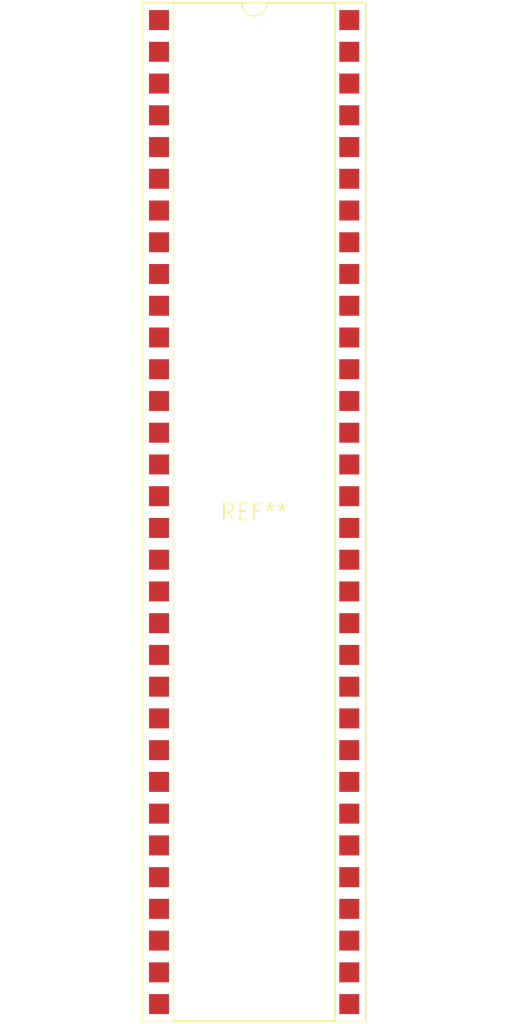
<source format=kicad_pcb>
(kicad_pcb (version 20240108) (generator pcbnew)
  (layers (0 "F.Cu" signal) (31 "B.Cu" signal) (34 "B.Paste" user) (35 "F.Paste" user) (36 "B.SilkS" user "B.Silkscreen") (37 "F.SilkS" user "F.Silkscreen") (38 "B.Mask" user) (39 "F.Mask" user) (44 "Edge.Cuts" user))
  (net 0 "")
  (footprint "DIP-64_W15.24mm_SMDSocket_SmallPads" (layer "F.Cu") (at 0 0)
    (property "Reference" "REF**")
    (property "Value" "DIP-64_W15.24mm_SMDSocket_SmallPads")
    (fp_line (start -8.95 -40.76) (end -8.95 40.76) (layer "F.SilkS") (stroke (width 0.12)))
    (fp_line (start -8.95 40.76) (end 8.95 40.76) (layer "F.SilkS") (stroke (width 0.12)))
    (fp_line (start -6.46 -40.7) (end -6.46 40.7) (layer "F.SilkS") (stroke (width 0.12)))
    (fp_line (start -6.46 40.7) (end 6.46 40.7) (layer "F.SilkS") (stroke (width 0.12)))
    (fp_line (start -1 -40.7) (end -6.46 -40.7) (layer "F.SilkS") (stroke (width 0.12)))
    (fp_line (start 6.46 -40.7) (end 1 -40.7) (layer "F.SilkS") (stroke (width 0.12)))
    (fp_line (start 6.46 40.7) (end 6.46 -40.7) (layer "F.SilkS") (stroke (width 0.12)))
    (fp_line (start 8.95 -40.76) (end -8.95 -40.76) (layer "F.SilkS") (stroke (width 0.12)))
    (fp_line (start 8.95 40.76) (end 8.95 -40.76) (layer "F.SilkS") (stroke (width 0.12)))
    (fp_arc (start 1 -40.7) (mid 0 -39.7) (end -1 -40.7) (layer "F.SilkS") (stroke (width 0.12)))
    (pad "1" smd rect (at -7.62 -39.37) (size 1.6 1.6) (layers "F.Cu" "F.Paste" "F.Mask"))
    (pad "2" smd rect (at -7.62 -36.83) (size 1.6 1.6) (layers "F.Cu" "F.Paste" "F.Mask"))
    (pad "3" smd rect (at -7.62 -34.29) (size 1.6 1.6) (layers "F.Cu" "F.Paste" "F.Mask"))
    (pad "4" smd rect (at -7.62 -31.75) (size 1.6 1.6) (layers "F.Cu" "F.Paste" "F.Mask"))
    (pad "5" smd rect (at -7.62 -29.21) (size 1.6 1.6) (layers "F.Cu" "F.Paste" "F.Mask"))
    (pad "6" smd rect (at -7.62 -26.67) (size 1.6 1.6) (layers "F.Cu" "F.Paste" "F.Mask"))
    (pad "7" smd rect (at -7.62 -24.13) (size 1.6 1.6) (layers "F.Cu" "F.Paste" "F.Mask"))
    (pad "8" smd rect (at -7.62 -21.59) (size 1.6 1.6) (layers "F.Cu" "F.Paste" "F.Mask"))
    (pad "9" smd rect (at -7.62 -19.05) (size 1.6 1.6) (layers "F.Cu" "F.Paste" "F.Mask"))
    (pad "10" smd rect (at -7.62 -16.51) (size 1.6 1.6) (layers "F.Cu" "F.Paste" "F.Mask"))
    (pad "11" smd rect (at -7.62 -13.97) (size 1.6 1.6) (layers "F.Cu" "F.Paste" "F.Mask"))
    (pad "12" smd rect (at -7.62 -11.43) (size 1.6 1.6) (layers "F.Cu" "F.Paste" "F.Mask"))
    (pad "13" smd rect (at -7.62 -8.89) (size 1.6 1.6) (layers "F.Cu" "F.Paste" "F.Mask"))
    (pad "14" smd rect (at -7.62 -6.35) (size 1.6 1.6) (layers "F.Cu" "F.Paste" "F.Mask"))
    (pad "15" smd rect (at -7.62 -3.81) (size 1.6 1.6) (layers "F.Cu" "F.Paste" "F.Mask"))
    (pad "16" smd rect (at -7.62 -1.27) (size 1.6 1.6) (layers "F.Cu" "F.Paste" "F.Mask"))
    (pad "17" smd rect (at -7.62 1.27) (size 1.6 1.6) (layers "F.Cu" "F.Paste" "F.Mask"))
    (pad "18" smd rect (at -7.62 3.81) (size 1.6 1.6) (layers "F.Cu" "F.Paste" "F.Mask"))
    (pad "19" smd rect (at -7.62 6.35) (size 1.6 1.6) (layers "F.Cu" "F.Paste" "F.Mask"))
    (pad "20" smd rect (at -7.62 8.89) (size 1.6 1.6) (layers "F.Cu" "F.Paste" "F.Mask"))
    (pad "21" smd rect (at -7.62 11.43) (size 1.6 1.6) (layers "F.Cu" "F.Paste" "F.Mask"))
    (pad "22" smd rect (at -7.62 13.97) (size 1.6 1.6) (layers "F.Cu" "F.Paste" "F.Mask"))
    (pad "23" smd rect (at -7.62 16.51) (size 1.6 1.6) (layers "F.Cu" "F.Paste" "F.Mask"))
    (pad "24" smd rect (at -7.62 19.05) (size 1.6 1.6) (layers "F.Cu" "F.Paste" "F.Mask"))
    (pad "25" smd rect (at -7.62 21.59) (size 1.6 1.6) (layers "F.Cu" "F.Paste" "F.Mask"))
    (pad "26" smd rect (at -7.62 24.13) (size 1.6 1.6) (layers "F.Cu" "F.Paste" "F.Mask"))
    (pad "27" smd rect (at -7.62 26.67) (size 1.6 1.6) (layers "F.Cu" "F.Paste" "F.Mask"))
    (pad "28" smd rect (at -7.62 29.21) (size 1.6 1.6) (layers "F.Cu" "F.Paste" "F.Mask"))
    (pad "29" smd rect (at -7.62 31.75) (size 1.6 1.6) (layers "F.Cu" "F.Paste" "F.Mask"))
    (pad "30" smd rect (at -7.62 34.29) (size 1.6 1.6) (layers "F.Cu" "F.Paste" "F.Mask"))
    (pad "31" smd rect (at -7.62 36.83) (size 1.6 1.6) (layers "F.Cu" "F.Paste" "F.Mask"))
    (pad "32" smd rect (at -7.62 39.37) (size 1.6 1.6) (layers "F.Cu" "F.Paste" "F.Mask"))
    (pad "33" smd rect (at 7.62 39.37) (size 1.6 1.6) (layers "F.Cu" "F.Paste" "F.Mask"))
    (pad "34" smd rect (at 7.62 36.83) (size 1.6 1.6) (layers "F.Cu" "F.Paste" "F.Mask"))
    (pad "35" smd rect (at 7.62 34.29) (size 1.6 1.6) (layers "F.Cu" "F.Paste" "F.Mask"))
    (pad "36" smd rect (at 7.62 31.75) (size 1.6 1.6) (layers "F.Cu" "F.Paste" "F.Mask"))
    (pad "37" smd rect (at 7.62 29.21) (size 1.6 1.6) (layers "F.Cu" "F.Paste" "F.Mask"))
    (pad "38" smd rect (at 7.62 26.67) (size 1.6 1.6) (layers "F.Cu" "F.Paste" "F.Mask"))
    (pad "39" smd rect (at 7.62 24.13) (size 1.6 1.6) (layers "F.Cu" "F.Paste" "F.Mask"))
    (pad "40" smd rect (at 7.62 21.59) (size 1.6 1.6) (layers "F.Cu" "F.Paste" "F.Mask"))
    (pad "41" smd rect (at 7.62 19.05) (size 1.6 1.6) (layers "F.Cu" "F.Paste" "F.Mask"))
    (pad "42" smd rect (at 7.62 16.51) (size 1.6 1.6) (layers "F.Cu" "F.Paste" "F.Mask"))
    (pad "43" smd rect (at 7.62 13.97) (size 1.6 1.6) (layers "F.Cu" "F.Paste" "F.Mask"))
    (pad "44" smd rect (at 7.62 11.43) (size 1.6 1.6) (layers "F.Cu" "F.Paste" "F.Mask"))
    (pad "45" smd rect (at 7.62 8.89) (size 1.6 1.6) (layers "F.Cu" "F.Paste" "F.Mask"))
    (pad "46" smd rect (at 7.62 6.35) (size 1.6 1.6) (layers "F.Cu" "F.Paste" "F.Mask"))
    (pad "47" smd rect (at 7.62 3.81) (size 1.6 1.6) (layers "F.Cu" "F.Paste" "F.Mask"))
    (pad "48" smd rect (at 7.62 1.27) (size 1.6 1.6) (layers "F.Cu" "F.Paste" "F.Mask"))
    (pad "49" smd rect (at 7.62 -1.27) (size 1.6 1.6) (layers "F.Cu" "F.Paste" "F.Mask"))
    (pad "50" smd rect (at 7.62 -3.81) (size 1.6 1.6) (layers "F.Cu" "F.Paste" "F.Mask"))
    (pad "51" smd rect (at 7.62 -6.35) (size 1.6 1.6) (layers "F.Cu" "F.Paste" "F.Mask"))
    (pad "52" smd rect (at 7.62 -8.89) (size 1.6 1.6) (layers "F.Cu" "F.Paste" "F.Mask"))
    (pad "53" smd rect (at 7.62 -11.43) (size 1.6 1.6) (layers "F.Cu" "F.Paste" "F.Mask"))
    (pad "54" smd rect (at 7.62 -13.97) (size 1.6 1.6) (layers "F.Cu" "F.Paste" "F.Mask"))
    (pad "55" smd rect (at 7.62 -16.51) (size 1.6 1.6) (layers "F.Cu" "F.Paste" "F.Mask"))
    (pad "56" smd rect (at 7.62 -19.05) (size 1.6 1.6) (layers "F.Cu" "F.Paste" "F.Mask"))
    (pad "57" smd rect (at 7.62 -21.59) (size 1.6 1.6) (layers "F.Cu" "F.Paste" "F.Mask"))
    (pad "58" smd rect (at 7.62 -24.13) (size 1.6 1.6) (layers "F.Cu" "F.Paste" "F.Mask"))
    (pad "59" smd rect (at 7.62 -26.67) (size 1.6 1.6) (layers "F.Cu" "F.Paste" "F.Mask"))
    (pad "60" smd rect (at 7.62 -29.21) (size 1.6 1.6) (layers "F.Cu" "F.Paste" "F.Mask"))
    (pad "61" smd rect (at 7.62 -31.75) (size 1.6 1.6) (layers "F.Cu" "F.Paste" "F.Mask"))
    (pad "62" smd rect (at 7.62 -34.29) (size 1.6 1.6) (layers "F.Cu" "F.Paste" "F.Mask"))
    (pad "63" smd rect (at 7.62 -36.83) (size 1.6 1.6) (layers "F.Cu" "F.Paste" "F.Mask"))
    (pad "64" smd rect (at 7.62 -39.37) (size 1.6 1.6) (layers "F.Cu" "F.Paste" "F.Mask"))
  )
)
</source>
